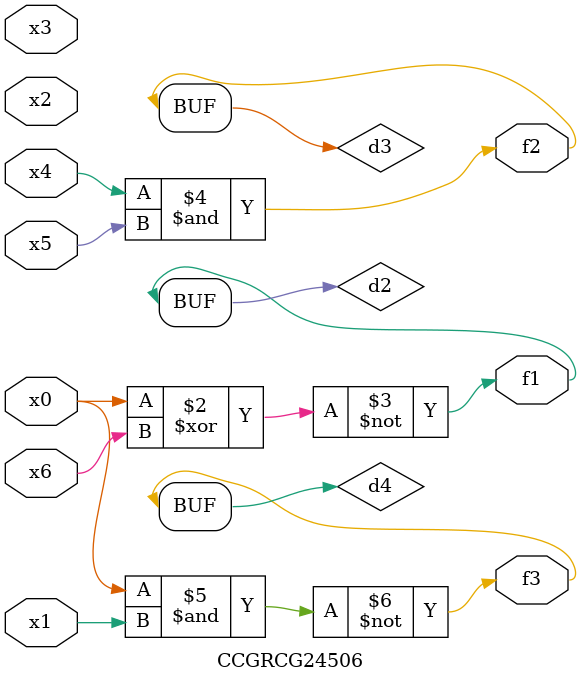
<source format=v>
module CCGRCG24506(
	input x0, x1, x2, x3, x4, x5, x6,
	output f1, f2, f3
);

	wire d1, d2, d3, d4;

	nor (d1, x0);
	xnor (d2, x0, x6);
	and (d3, x4, x5);
	nand (d4, x0, x1);
	assign f1 = d2;
	assign f2 = d3;
	assign f3 = d4;
endmodule

</source>
